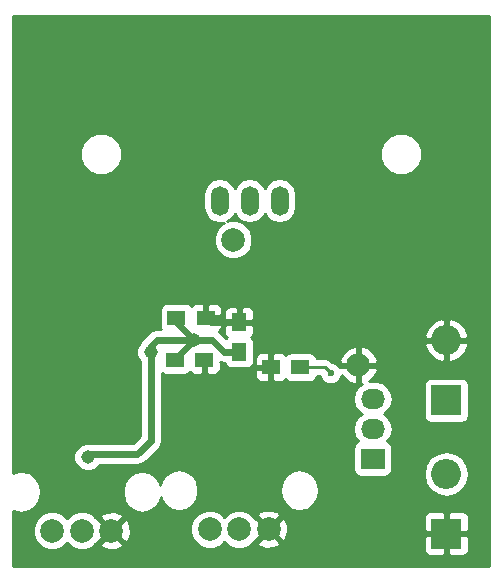
<source format=gbl>
G04 #@! TF.FileFunction,Copper,L2,Bot,Signal*
%FSLAX46Y46*%
G04 Gerber Fmt 4.6, Leading zero omitted, Abs format (unit mm)*
G04 Created by KiCad (PCBNEW 4.0.2-4+6225~38~ubuntu14.04.1-stable) date Tue 01 Mar 2016 01:56:53 PM PST*
%MOMM*%
G01*
G04 APERTURE LIST*
%ADD10C,0.100000*%
%ADD11R,1.500000X1.250000*%
%ADD12R,1.250000X1.500000*%
%ADD13C,1.998980*%
%ADD14R,2.032000X1.727200*%
%ADD15O,2.032000X1.727200*%
%ADD16O,1.501140X2.499360*%
%ADD17R,2.540000X2.540000*%
%ADD18O,2.540000X2.540000*%
%ADD19C,2.000000*%
%ADD20C,1.143000*%
%ADD21C,0.600000*%
%ADD22C,0.609600*%
%ADD23C,0.250000*%
%ADD24C,0.254000*%
G04 APERTURE END LIST*
D10*
D11*
X78506000Y-77851000D03*
X81006000Y-77851000D03*
X78379000Y-81407000D03*
X80879000Y-81407000D03*
X89007000Y-82042000D03*
X86507000Y-82042000D03*
D12*
X83820000Y-80752000D03*
X83820000Y-78252000D03*
D13*
X83312000Y-71247000D03*
X93918602Y-81853602D03*
D14*
X95123000Y-89789000D03*
D15*
X95123000Y-87249000D03*
X95123000Y-84709000D03*
D16*
X84709000Y-67945000D03*
X82169000Y-67945000D03*
X87249000Y-67945000D03*
D17*
X101346000Y-96139000D03*
D18*
X101346000Y-91059000D03*
D17*
X101346000Y-84836000D03*
D18*
X101346000Y-79756000D03*
D19*
X81320000Y-95758000D03*
X83820000Y-95758000D03*
X86320000Y-95758000D03*
X67985000Y-95885000D03*
X70485000Y-95885000D03*
X72985000Y-95885000D03*
D20*
X70993000Y-89662000D03*
X80010000Y-79756000D03*
X76327000Y-80772000D03*
X91821000Y-94488000D03*
X70739000Y-85598000D03*
X68199000Y-80010000D03*
X88900000Y-85852000D03*
X80010000Y-86106000D03*
D21*
X91567000Y-82550000D03*
D22*
X78379000Y-81407000D02*
X78379000Y-81387000D01*
X78379000Y-81387000D02*
X80010000Y-79756000D01*
X78506000Y-77851000D02*
X78506000Y-78252000D01*
X78506000Y-78252000D02*
X80010000Y-79756000D01*
X76327000Y-88265000D02*
X76327000Y-80772000D01*
X75184000Y-89408000D02*
X76327000Y-88265000D01*
X71247000Y-89408000D02*
X75184000Y-89408000D01*
X70993000Y-89662000D02*
X71247000Y-89408000D01*
X83820000Y-80752000D02*
X82530000Y-80752000D01*
X81534000Y-79756000D02*
X80010000Y-79756000D01*
X82530000Y-80752000D02*
X81534000Y-79756000D01*
X76327000Y-80264000D02*
X76835000Y-79756000D01*
X76327000Y-80772000D02*
X76327000Y-80264000D01*
X76835000Y-79756000D02*
X80010000Y-79756000D01*
X83820000Y-78252000D02*
X81407000Y-78252000D01*
X81407000Y-78252000D02*
X81006000Y-77851000D01*
X70739000Y-85598000D02*
X70739000Y-85471000D01*
D23*
X89007000Y-82042000D02*
X91059000Y-82042000D01*
X91059000Y-82042000D02*
X91567000Y-82550000D01*
D24*
G36*
X104990000Y-98843000D02*
X64710000Y-98843000D01*
X64710000Y-96208795D01*
X66349716Y-96208795D01*
X66598106Y-96809943D01*
X67057637Y-97270278D01*
X67658352Y-97519716D01*
X68308795Y-97520284D01*
X68909943Y-97271894D01*
X69235164Y-96947241D01*
X69557637Y-97270278D01*
X70158352Y-97519716D01*
X70808795Y-97520284D01*
X71409943Y-97271894D01*
X71644715Y-97037532D01*
X72012073Y-97037532D01*
X72110736Y-97304387D01*
X72720461Y-97530908D01*
X73370460Y-97506856D01*
X73859264Y-97304387D01*
X73957927Y-97037532D01*
X72985000Y-96064605D01*
X72012073Y-97037532D01*
X71644715Y-97037532D01*
X71826752Y-96855813D01*
X71832468Y-96857927D01*
X72805395Y-95885000D01*
X73164605Y-95885000D01*
X74137532Y-96857927D01*
X74404387Y-96759264D01*
X74630908Y-96149539D01*
X74628402Y-96081795D01*
X79684716Y-96081795D01*
X79933106Y-96682943D01*
X80392637Y-97143278D01*
X80993352Y-97392716D01*
X81643795Y-97393284D01*
X82244943Y-97144894D01*
X82570164Y-96820241D01*
X82892637Y-97143278D01*
X83493352Y-97392716D01*
X84143795Y-97393284D01*
X84744943Y-97144894D01*
X84979715Y-96910532D01*
X85347073Y-96910532D01*
X85445736Y-97177387D01*
X86055461Y-97403908D01*
X86705460Y-97379856D01*
X87194264Y-97177387D01*
X87292927Y-96910532D01*
X86320000Y-95937605D01*
X85347073Y-96910532D01*
X84979715Y-96910532D01*
X85161752Y-96728813D01*
X85167468Y-96730927D01*
X86140395Y-95758000D01*
X86499605Y-95758000D01*
X87472532Y-96730927D01*
X87739387Y-96632264D01*
X87816481Y-96424750D01*
X99441000Y-96424750D01*
X99441000Y-97535309D01*
X99537673Y-97768698D01*
X99716301Y-97947327D01*
X99949690Y-98044000D01*
X101060250Y-98044000D01*
X101219000Y-97885250D01*
X101219000Y-96266000D01*
X101473000Y-96266000D01*
X101473000Y-97885250D01*
X101631750Y-98044000D01*
X102742310Y-98044000D01*
X102975699Y-97947327D01*
X103154327Y-97768698D01*
X103251000Y-97535309D01*
X103251000Y-96424750D01*
X103092250Y-96266000D01*
X101473000Y-96266000D01*
X101219000Y-96266000D01*
X99599750Y-96266000D01*
X99441000Y-96424750D01*
X87816481Y-96424750D01*
X87965908Y-96022539D01*
X87941856Y-95372540D01*
X87739387Y-94883736D01*
X87472532Y-94785073D01*
X86499605Y-95758000D01*
X86140395Y-95758000D01*
X85167468Y-94785073D01*
X85161278Y-94787361D01*
X84979703Y-94605468D01*
X85347073Y-94605468D01*
X86320000Y-95578395D01*
X87155704Y-94742691D01*
X99441000Y-94742691D01*
X99441000Y-95853250D01*
X99599750Y-96012000D01*
X101219000Y-96012000D01*
X101219000Y-94392750D01*
X101473000Y-94392750D01*
X101473000Y-96012000D01*
X103092250Y-96012000D01*
X103251000Y-95853250D01*
X103251000Y-94742691D01*
X103154327Y-94509302D01*
X102975699Y-94330673D01*
X102742310Y-94234000D01*
X101631750Y-94234000D01*
X101473000Y-94392750D01*
X101219000Y-94392750D01*
X101060250Y-94234000D01*
X99949690Y-94234000D01*
X99716301Y-94330673D01*
X99537673Y-94509302D01*
X99441000Y-94742691D01*
X87155704Y-94742691D01*
X87292927Y-94605468D01*
X87194264Y-94338613D01*
X86584539Y-94112092D01*
X85934540Y-94136144D01*
X85445736Y-94338613D01*
X85347073Y-94605468D01*
X84979703Y-94605468D01*
X84747363Y-94372722D01*
X84146648Y-94123284D01*
X83496205Y-94122716D01*
X82895057Y-94371106D01*
X82569836Y-94695759D01*
X82247363Y-94372722D01*
X81646648Y-94123284D01*
X80996205Y-94122716D01*
X80395057Y-94371106D01*
X79934722Y-94830637D01*
X79685284Y-95431352D01*
X79684716Y-96081795D01*
X74628402Y-96081795D01*
X74606856Y-95499540D01*
X74404387Y-95010736D01*
X74137532Y-94912073D01*
X73164605Y-95885000D01*
X72805395Y-95885000D01*
X71832468Y-94912073D01*
X71826278Y-94914361D01*
X71644703Y-94732468D01*
X72012073Y-94732468D01*
X72985000Y-95705395D01*
X73957927Y-94732468D01*
X73859264Y-94465613D01*
X73249539Y-94239092D01*
X72599540Y-94263144D01*
X72110736Y-94465613D01*
X72012073Y-94732468D01*
X71644703Y-94732468D01*
X71412363Y-94499722D01*
X70811648Y-94250284D01*
X70161205Y-94249716D01*
X69560057Y-94498106D01*
X69234836Y-94822759D01*
X68912363Y-94499722D01*
X68311648Y-94250284D01*
X67661205Y-94249716D01*
X67060057Y-94498106D01*
X66599722Y-94957637D01*
X66350284Y-95558352D01*
X66349716Y-96208795D01*
X64710000Y-96208795D01*
X64710000Y-94196584D01*
X64759313Y-94229534D01*
X65385000Y-94353991D01*
X66010687Y-94229534D01*
X66541120Y-93875111D01*
X66895543Y-93344678D01*
X67020000Y-92718991D01*
X67020000Y-92451009D01*
X73950000Y-92451009D01*
X73950000Y-92718991D01*
X74074457Y-93344678D01*
X74428880Y-93875111D01*
X74959313Y-94229534D01*
X75585000Y-94353991D01*
X76210687Y-94229534D01*
X76741120Y-93875111D01*
X77095543Y-93344678D01*
X77165131Y-92994836D01*
X77209457Y-93217678D01*
X77563880Y-93748111D01*
X78094313Y-94102534D01*
X78720000Y-94226991D01*
X79345687Y-94102534D01*
X79876120Y-93748111D01*
X80230543Y-93217678D01*
X80355000Y-92591991D01*
X80355000Y-92324009D01*
X87285000Y-92324009D01*
X87285000Y-92591991D01*
X87409457Y-93217678D01*
X87763880Y-93748111D01*
X88294313Y-94102534D01*
X88920000Y-94226991D01*
X89545687Y-94102534D01*
X90076120Y-93748111D01*
X90430543Y-93217678D01*
X90555000Y-92591991D01*
X90555000Y-92324009D01*
X90430543Y-91698322D01*
X90076120Y-91167889D01*
X89545687Y-90813466D01*
X88920000Y-90689009D01*
X88294313Y-90813466D01*
X87763880Y-91167889D01*
X87409457Y-91698322D01*
X87285000Y-92324009D01*
X80355000Y-92324009D01*
X80230543Y-91698322D01*
X79876120Y-91167889D01*
X79345687Y-90813466D01*
X78720000Y-90689009D01*
X78094313Y-90813466D01*
X77563880Y-91167889D01*
X77209457Y-91698322D01*
X77139869Y-92048164D01*
X77095543Y-91825322D01*
X76741120Y-91294889D01*
X76210687Y-90940466D01*
X75585000Y-90816009D01*
X74959313Y-90940466D01*
X74428880Y-91294889D01*
X74074457Y-91825322D01*
X73950000Y-92451009D01*
X67020000Y-92451009D01*
X66895543Y-91825322D01*
X66541120Y-91294889D01*
X66010687Y-90940466D01*
X65385000Y-90816009D01*
X64759313Y-90940466D01*
X64710000Y-90973416D01*
X64710000Y-89900935D01*
X69786291Y-89900935D01*
X69969582Y-90344535D01*
X70308680Y-90684225D01*
X70751959Y-90868290D01*
X71231935Y-90868709D01*
X71675535Y-90685418D01*
X72013742Y-90347800D01*
X75184000Y-90347800D01*
X75543646Y-90276262D01*
X75848539Y-90072539D01*
X76991539Y-88929539D01*
X77195262Y-88624646D01*
X77266800Y-88265000D01*
X77266800Y-84709000D01*
X93439655Y-84709000D01*
X93553729Y-85282489D01*
X93878585Y-85768670D01*
X94193366Y-85979000D01*
X93878585Y-86189330D01*
X93553729Y-86675511D01*
X93439655Y-87249000D01*
X93553729Y-87822489D01*
X93878585Y-88308670D01*
X93892913Y-88318243D01*
X93871683Y-88322238D01*
X93655559Y-88461310D01*
X93510569Y-88673510D01*
X93459560Y-88925400D01*
X93459560Y-90652600D01*
X93503838Y-90887917D01*
X93642910Y-91104041D01*
X93855110Y-91249031D01*
X94107000Y-91300040D01*
X96139000Y-91300040D01*
X96374317Y-91255762D01*
X96590441Y-91116690D01*
X96655359Y-91021679D01*
X99441000Y-91021679D01*
X99441000Y-91096321D01*
X99586009Y-91825333D01*
X99998962Y-92443359D01*
X100616988Y-92856312D01*
X101346000Y-93001321D01*
X102075012Y-92856312D01*
X102693038Y-92443359D01*
X103105991Y-91825333D01*
X103251000Y-91096321D01*
X103251000Y-91021679D01*
X103105991Y-90292667D01*
X102693038Y-89674641D01*
X102075012Y-89261688D01*
X101346000Y-89116679D01*
X100616988Y-89261688D01*
X99998962Y-89674641D01*
X99586009Y-90292667D01*
X99441000Y-91021679D01*
X96655359Y-91021679D01*
X96735431Y-90904490D01*
X96786440Y-90652600D01*
X96786440Y-88925400D01*
X96742162Y-88690083D01*
X96603090Y-88473959D01*
X96390890Y-88328969D01*
X96349561Y-88320600D01*
X96367415Y-88308670D01*
X96692271Y-87822489D01*
X96806345Y-87249000D01*
X96692271Y-86675511D01*
X96367415Y-86189330D01*
X96052634Y-85979000D01*
X96367415Y-85768670D01*
X96692271Y-85282489D01*
X96806345Y-84709000D01*
X96692271Y-84135511D01*
X96367415Y-83649330D01*
X96242703Y-83566000D01*
X99428560Y-83566000D01*
X99428560Y-86106000D01*
X99472838Y-86341317D01*
X99611910Y-86557441D01*
X99824110Y-86702431D01*
X100076000Y-86753440D01*
X102616000Y-86753440D01*
X102851317Y-86709162D01*
X103067441Y-86570090D01*
X103212431Y-86357890D01*
X103263440Y-86106000D01*
X103263440Y-83566000D01*
X103219162Y-83330683D01*
X103080090Y-83114559D01*
X102867890Y-82969569D01*
X102616000Y-82918560D01*
X100076000Y-82918560D01*
X99840683Y-82962838D01*
X99624559Y-83101910D01*
X99479569Y-83314110D01*
X99428560Y-83566000D01*
X96242703Y-83566000D01*
X95881234Y-83324474D01*
X95307745Y-83210400D01*
X94938255Y-83210400D01*
X94837520Y-83230437D01*
X94895105Y-83204048D01*
X95337566Y-82727560D01*
X95539943Y-82238980D01*
X95421006Y-81980602D01*
X94045602Y-81980602D01*
X94045602Y-83356006D01*
X94206636Y-83430133D01*
X93878585Y-83649330D01*
X93553729Y-84135511D01*
X93439655Y-84709000D01*
X77266800Y-84709000D01*
X77266800Y-82553059D01*
X77377110Y-82628431D01*
X77629000Y-82679440D01*
X79129000Y-82679440D01*
X79364317Y-82635162D01*
X79580441Y-82496090D01*
X79626969Y-82427994D01*
X79769302Y-82570327D01*
X80002691Y-82667000D01*
X80593250Y-82667000D01*
X80752000Y-82508250D01*
X80752000Y-81534000D01*
X80732000Y-81534000D01*
X80732000Y-81280000D01*
X80752000Y-81280000D01*
X80752000Y-81260000D01*
X81006000Y-81260000D01*
X81006000Y-81280000D01*
X81026000Y-81280000D01*
X81026000Y-81534000D01*
X81006000Y-81534000D01*
X81006000Y-82508250D01*
X81164750Y-82667000D01*
X81755309Y-82667000D01*
X81988698Y-82570327D01*
X82167327Y-82391699D01*
X82193815Y-82327750D01*
X85122000Y-82327750D01*
X85122000Y-82793310D01*
X85218673Y-83026699D01*
X85397302Y-83205327D01*
X85630691Y-83302000D01*
X86221250Y-83302000D01*
X86380000Y-83143250D01*
X86380000Y-82169000D01*
X85280750Y-82169000D01*
X85122000Y-82327750D01*
X82193815Y-82327750D01*
X82264000Y-82158310D01*
X82264000Y-81692750D01*
X82196766Y-81625516D01*
X82530000Y-81691800D01*
X82583273Y-81691800D01*
X82591838Y-81737317D01*
X82730910Y-81953441D01*
X82943110Y-82098431D01*
X83195000Y-82149440D01*
X84445000Y-82149440D01*
X84680317Y-82105162D01*
X84896441Y-81966090D01*
X85041431Y-81753890D01*
X85092440Y-81502000D01*
X85092440Y-81290690D01*
X85122000Y-81290690D01*
X85122000Y-81756250D01*
X85280750Y-81915000D01*
X86380000Y-81915000D01*
X86380000Y-80940750D01*
X86634000Y-80940750D01*
X86634000Y-81915000D01*
X86654000Y-81915000D01*
X86654000Y-82169000D01*
X86634000Y-82169000D01*
X86634000Y-83143250D01*
X86792750Y-83302000D01*
X87383309Y-83302000D01*
X87616698Y-83205327D01*
X87757936Y-83064090D01*
X87792910Y-83118441D01*
X88005110Y-83263431D01*
X88257000Y-83314440D01*
X89757000Y-83314440D01*
X89992317Y-83270162D01*
X90208441Y-83131090D01*
X90353431Y-82918890D01*
X90377102Y-82802000D01*
X90659453Y-82802000D01*
X90773883Y-83078943D01*
X91036673Y-83342192D01*
X91380201Y-83484838D01*
X91752167Y-83485162D01*
X92095943Y-83343117D01*
X92359192Y-83080327D01*
X92501838Y-82736799D01*
X92501883Y-82685489D01*
X92568156Y-82830105D01*
X93044644Y-83272566D01*
X93533224Y-83474943D01*
X93791602Y-83356006D01*
X93791602Y-81980602D01*
X92416198Y-81980602D01*
X92377836Y-82063940D01*
X92360117Y-82021057D01*
X92097327Y-81757808D01*
X91753799Y-81615162D01*
X91706923Y-81615121D01*
X91596401Y-81504599D01*
X91541962Y-81468224D01*
X92297261Y-81468224D01*
X92416198Y-81726602D01*
X93791602Y-81726602D01*
X93791602Y-80351198D01*
X94045602Y-80351198D01*
X94045602Y-81726602D01*
X95421006Y-81726602D01*
X95539943Y-81468224D01*
X95269048Y-80877099D01*
X94792560Y-80434638D01*
X94303980Y-80232261D01*
X94045602Y-80351198D01*
X93791602Y-80351198D01*
X93533224Y-80232261D01*
X92942099Y-80503156D01*
X92499638Y-80979644D01*
X92297261Y-81468224D01*
X91541962Y-81468224D01*
X91349839Y-81339852D01*
X91059000Y-81282000D01*
X90379038Y-81282000D01*
X90360162Y-81181683D01*
X90221090Y-80965559D01*
X90008890Y-80820569D01*
X89757000Y-80769560D01*
X88257000Y-80769560D01*
X88021683Y-80813838D01*
X87805559Y-80952910D01*
X87759031Y-81021006D01*
X87616698Y-80878673D01*
X87383309Y-80782000D01*
X86792750Y-80782000D01*
X86634000Y-80940750D01*
X86380000Y-80940750D01*
X86221250Y-80782000D01*
X85630691Y-80782000D01*
X85397302Y-80878673D01*
X85218673Y-81057301D01*
X85122000Y-81290690D01*
X85092440Y-81290690D01*
X85092440Y-80178782D01*
X99488500Y-80178782D01*
X99791685Y-80857434D01*
X100331501Y-81368403D01*
X100923219Y-81613493D01*
X101219000Y-81497626D01*
X101219000Y-79883000D01*
X101473000Y-79883000D01*
X101473000Y-81497626D01*
X101768781Y-81613493D01*
X102360499Y-81368403D01*
X102900315Y-80857434D01*
X103203500Y-80178782D01*
X103088019Y-79883000D01*
X101473000Y-79883000D01*
X101219000Y-79883000D01*
X99603981Y-79883000D01*
X99488500Y-80178782D01*
X85092440Y-80178782D01*
X85092440Y-80002000D01*
X85048162Y-79766683D01*
X84909090Y-79550559D01*
X84840994Y-79504031D01*
X84983327Y-79361698D01*
X84995123Y-79333218D01*
X99488500Y-79333218D01*
X99603981Y-79629000D01*
X101219000Y-79629000D01*
X101219000Y-78014374D01*
X101473000Y-78014374D01*
X101473000Y-79629000D01*
X103088019Y-79629000D01*
X103203500Y-79333218D01*
X102900315Y-78654566D01*
X102360499Y-78143597D01*
X101768781Y-77898507D01*
X101473000Y-78014374D01*
X101219000Y-78014374D01*
X100923219Y-77898507D01*
X100331501Y-78143597D01*
X99791685Y-78654566D01*
X99488500Y-79333218D01*
X84995123Y-79333218D01*
X85080000Y-79128309D01*
X85080000Y-78537750D01*
X84921250Y-78379000D01*
X83947000Y-78379000D01*
X83947000Y-78399000D01*
X83693000Y-78399000D01*
X83693000Y-78379000D01*
X82718750Y-78379000D01*
X82560000Y-78537750D01*
X82560000Y-79128309D01*
X82656673Y-79361698D01*
X82797910Y-79502936D01*
X82743559Y-79537910D01*
X82703547Y-79596469D01*
X82198539Y-79091461D01*
X82095575Y-79022662D01*
X82115698Y-79014327D01*
X82294327Y-78835699D01*
X82391000Y-78602310D01*
X82391000Y-78136750D01*
X82232250Y-77978000D01*
X81133000Y-77978000D01*
X81133000Y-77998000D01*
X80879000Y-77998000D01*
X80879000Y-77978000D01*
X80859000Y-77978000D01*
X80859000Y-77724000D01*
X80879000Y-77724000D01*
X80879000Y-76749750D01*
X81133000Y-76749750D01*
X81133000Y-77724000D01*
X82232250Y-77724000D01*
X82391000Y-77565250D01*
X82391000Y-77375691D01*
X82560000Y-77375691D01*
X82560000Y-77966250D01*
X82718750Y-78125000D01*
X83693000Y-78125000D01*
X83693000Y-77025750D01*
X83947000Y-77025750D01*
X83947000Y-78125000D01*
X84921250Y-78125000D01*
X85080000Y-77966250D01*
X85080000Y-77375691D01*
X84983327Y-77142302D01*
X84804699Y-76963673D01*
X84571310Y-76867000D01*
X84105750Y-76867000D01*
X83947000Y-77025750D01*
X83693000Y-77025750D01*
X83534250Y-76867000D01*
X83068690Y-76867000D01*
X82835301Y-76963673D01*
X82656673Y-77142302D01*
X82560000Y-77375691D01*
X82391000Y-77375691D01*
X82391000Y-77099690D01*
X82294327Y-76866301D01*
X82115698Y-76687673D01*
X81882309Y-76591000D01*
X81291750Y-76591000D01*
X81133000Y-76749750D01*
X80879000Y-76749750D01*
X80720250Y-76591000D01*
X80129691Y-76591000D01*
X79896302Y-76687673D01*
X79755064Y-76828910D01*
X79720090Y-76774559D01*
X79507890Y-76629569D01*
X79256000Y-76578560D01*
X77756000Y-76578560D01*
X77520683Y-76622838D01*
X77304559Y-76761910D01*
X77159569Y-76974110D01*
X77108560Y-77226000D01*
X77108560Y-78476000D01*
X77152838Y-78711317D01*
X77220328Y-78816200D01*
X76835000Y-78816200D01*
X76475354Y-78887738D01*
X76170461Y-79091461D01*
X75662461Y-79599461D01*
X75458738Y-79904354D01*
X75451384Y-79941327D01*
X75304775Y-80087680D01*
X75120710Y-80530959D01*
X75120291Y-81010935D01*
X75303582Y-81454535D01*
X75387200Y-81538299D01*
X75387200Y-87875722D01*
X74794722Y-88468200D01*
X71264120Y-88468200D01*
X71234041Y-88455710D01*
X70754065Y-88455291D01*
X70310465Y-88638582D01*
X69970775Y-88977680D01*
X69786710Y-89420959D01*
X69786291Y-89900935D01*
X64710000Y-89900935D01*
X64710000Y-67408967D01*
X80783430Y-67408967D01*
X80783430Y-68481033D01*
X80888900Y-69011268D01*
X81189254Y-69460779D01*
X81638765Y-69761133D01*
X82169000Y-69866603D01*
X82561726Y-69788485D01*
X82387345Y-69860538D01*
X81927154Y-70319927D01*
X81677794Y-70920453D01*
X81677226Y-71570694D01*
X81925538Y-72171655D01*
X82384927Y-72631846D01*
X82985453Y-72881206D01*
X83635694Y-72881774D01*
X84236655Y-72633462D01*
X84696846Y-72174073D01*
X84946206Y-71573547D01*
X84946774Y-70923306D01*
X84698462Y-70322345D01*
X84239073Y-69862154D01*
X83638547Y-69612794D01*
X82988306Y-69612226D01*
X82814791Y-69683921D01*
X83148746Y-69460779D01*
X83439000Y-69026384D01*
X83729254Y-69460779D01*
X84178765Y-69761133D01*
X84709000Y-69866603D01*
X85239235Y-69761133D01*
X85688746Y-69460779D01*
X85979000Y-69026384D01*
X86269254Y-69460779D01*
X86718765Y-69761133D01*
X87249000Y-69866603D01*
X87779235Y-69761133D01*
X88228746Y-69460779D01*
X88529100Y-69011268D01*
X88634570Y-68481033D01*
X88634570Y-67408967D01*
X88529100Y-66878732D01*
X88228746Y-66429221D01*
X87779235Y-66128867D01*
X87249000Y-66023397D01*
X86718765Y-66128867D01*
X86269254Y-66429221D01*
X85979000Y-66863616D01*
X85688746Y-66429221D01*
X85239235Y-66128867D01*
X84709000Y-66023397D01*
X84178765Y-66128867D01*
X83729254Y-66429221D01*
X83439000Y-66863616D01*
X83148746Y-66429221D01*
X82699235Y-66128867D01*
X82169000Y-66023397D01*
X81638765Y-66128867D01*
X81189254Y-66429221D01*
X80888900Y-66878732D01*
X80783430Y-67408967D01*
X64710000Y-67408967D01*
X64710000Y-64362630D01*
X70344990Y-64362630D01*
X70617033Y-65021025D01*
X71120325Y-65525196D01*
X71778245Y-65798389D01*
X72490630Y-65799010D01*
X73149025Y-65526967D01*
X73653196Y-65023675D01*
X73926389Y-64365755D01*
X73926391Y-64362630D01*
X95744990Y-64362630D01*
X96017033Y-65021025D01*
X96520325Y-65525196D01*
X97178245Y-65798389D01*
X97890630Y-65799010D01*
X98549025Y-65526967D01*
X99053196Y-65023675D01*
X99326389Y-64365755D01*
X99327010Y-63653370D01*
X99054967Y-62994975D01*
X98551675Y-62490804D01*
X97893755Y-62217611D01*
X97181370Y-62216990D01*
X96522975Y-62489033D01*
X96018804Y-62992325D01*
X95745611Y-63650245D01*
X95744990Y-64362630D01*
X73926391Y-64362630D01*
X73927010Y-63653370D01*
X73654967Y-62994975D01*
X73151675Y-62490804D01*
X72493755Y-62217611D01*
X71781370Y-62216990D01*
X71122975Y-62489033D01*
X70618804Y-62992325D01*
X70345611Y-63650245D01*
X70344990Y-64362630D01*
X64710000Y-64362630D01*
X64710000Y-52272000D01*
X104990000Y-52272000D01*
X104990000Y-98843000D01*
X104990000Y-98843000D01*
G37*
X104990000Y-98843000D02*
X64710000Y-98843000D01*
X64710000Y-96208795D01*
X66349716Y-96208795D01*
X66598106Y-96809943D01*
X67057637Y-97270278D01*
X67658352Y-97519716D01*
X68308795Y-97520284D01*
X68909943Y-97271894D01*
X69235164Y-96947241D01*
X69557637Y-97270278D01*
X70158352Y-97519716D01*
X70808795Y-97520284D01*
X71409943Y-97271894D01*
X71644715Y-97037532D01*
X72012073Y-97037532D01*
X72110736Y-97304387D01*
X72720461Y-97530908D01*
X73370460Y-97506856D01*
X73859264Y-97304387D01*
X73957927Y-97037532D01*
X72985000Y-96064605D01*
X72012073Y-97037532D01*
X71644715Y-97037532D01*
X71826752Y-96855813D01*
X71832468Y-96857927D01*
X72805395Y-95885000D01*
X73164605Y-95885000D01*
X74137532Y-96857927D01*
X74404387Y-96759264D01*
X74630908Y-96149539D01*
X74628402Y-96081795D01*
X79684716Y-96081795D01*
X79933106Y-96682943D01*
X80392637Y-97143278D01*
X80993352Y-97392716D01*
X81643795Y-97393284D01*
X82244943Y-97144894D01*
X82570164Y-96820241D01*
X82892637Y-97143278D01*
X83493352Y-97392716D01*
X84143795Y-97393284D01*
X84744943Y-97144894D01*
X84979715Y-96910532D01*
X85347073Y-96910532D01*
X85445736Y-97177387D01*
X86055461Y-97403908D01*
X86705460Y-97379856D01*
X87194264Y-97177387D01*
X87292927Y-96910532D01*
X86320000Y-95937605D01*
X85347073Y-96910532D01*
X84979715Y-96910532D01*
X85161752Y-96728813D01*
X85167468Y-96730927D01*
X86140395Y-95758000D01*
X86499605Y-95758000D01*
X87472532Y-96730927D01*
X87739387Y-96632264D01*
X87816481Y-96424750D01*
X99441000Y-96424750D01*
X99441000Y-97535309D01*
X99537673Y-97768698D01*
X99716301Y-97947327D01*
X99949690Y-98044000D01*
X101060250Y-98044000D01*
X101219000Y-97885250D01*
X101219000Y-96266000D01*
X101473000Y-96266000D01*
X101473000Y-97885250D01*
X101631750Y-98044000D01*
X102742310Y-98044000D01*
X102975699Y-97947327D01*
X103154327Y-97768698D01*
X103251000Y-97535309D01*
X103251000Y-96424750D01*
X103092250Y-96266000D01*
X101473000Y-96266000D01*
X101219000Y-96266000D01*
X99599750Y-96266000D01*
X99441000Y-96424750D01*
X87816481Y-96424750D01*
X87965908Y-96022539D01*
X87941856Y-95372540D01*
X87739387Y-94883736D01*
X87472532Y-94785073D01*
X86499605Y-95758000D01*
X86140395Y-95758000D01*
X85167468Y-94785073D01*
X85161278Y-94787361D01*
X84979703Y-94605468D01*
X85347073Y-94605468D01*
X86320000Y-95578395D01*
X87155704Y-94742691D01*
X99441000Y-94742691D01*
X99441000Y-95853250D01*
X99599750Y-96012000D01*
X101219000Y-96012000D01*
X101219000Y-94392750D01*
X101473000Y-94392750D01*
X101473000Y-96012000D01*
X103092250Y-96012000D01*
X103251000Y-95853250D01*
X103251000Y-94742691D01*
X103154327Y-94509302D01*
X102975699Y-94330673D01*
X102742310Y-94234000D01*
X101631750Y-94234000D01*
X101473000Y-94392750D01*
X101219000Y-94392750D01*
X101060250Y-94234000D01*
X99949690Y-94234000D01*
X99716301Y-94330673D01*
X99537673Y-94509302D01*
X99441000Y-94742691D01*
X87155704Y-94742691D01*
X87292927Y-94605468D01*
X87194264Y-94338613D01*
X86584539Y-94112092D01*
X85934540Y-94136144D01*
X85445736Y-94338613D01*
X85347073Y-94605468D01*
X84979703Y-94605468D01*
X84747363Y-94372722D01*
X84146648Y-94123284D01*
X83496205Y-94122716D01*
X82895057Y-94371106D01*
X82569836Y-94695759D01*
X82247363Y-94372722D01*
X81646648Y-94123284D01*
X80996205Y-94122716D01*
X80395057Y-94371106D01*
X79934722Y-94830637D01*
X79685284Y-95431352D01*
X79684716Y-96081795D01*
X74628402Y-96081795D01*
X74606856Y-95499540D01*
X74404387Y-95010736D01*
X74137532Y-94912073D01*
X73164605Y-95885000D01*
X72805395Y-95885000D01*
X71832468Y-94912073D01*
X71826278Y-94914361D01*
X71644703Y-94732468D01*
X72012073Y-94732468D01*
X72985000Y-95705395D01*
X73957927Y-94732468D01*
X73859264Y-94465613D01*
X73249539Y-94239092D01*
X72599540Y-94263144D01*
X72110736Y-94465613D01*
X72012073Y-94732468D01*
X71644703Y-94732468D01*
X71412363Y-94499722D01*
X70811648Y-94250284D01*
X70161205Y-94249716D01*
X69560057Y-94498106D01*
X69234836Y-94822759D01*
X68912363Y-94499722D01*
X68311648Y-94250284D01*
X67661205Y-94249716D01*
X67060057Y-94498106D01*
X66599722Y-94957637D01*
X66350284Y-95558352D01*
X66349716Y-96208795D01*
X64710000Y-96208795D01*
X64710000Y-94196584D01*
X64759313Y-94229534D01*
X65385000Y-94353991D01*
X66010687Y-94229534D01*
X66541120Y-93875111D01*
X66895543Y-93344678D01*
X67020000Y-92718991D01*
X67020000Y-92451009D01*
X73950000Y-92451009D01*
X73950000Y-92718991D01*
X74074457Y-93344678D01*
X74428880Y-93875111D01*
X74959313Y-94229534D01*
X75585000Y-94353991D01*
X76210687Y-94229534D01*
X76741120Y-93875111D01*
X77095543Y-93344678D01*
X77165131Y-92994836D01*
X77209457Y-93217678D01*
X77563880Y-93748111D01*
X78094313Y-94102534D01*
X78720000Y-94226991D01*
X79345687Y-94102534D01*
X79876120Y-93748111D01*
X80230543Y-93217678D01*
X80355000Y-92591991D01*
X80355000Y-92324009D01*
X87285000Y-92324009D01*
X87285000Y-92591991D01*
X87409457Y-93217678D01*
X87763880Y-93748111D01*
X88294313Y-94102534D01*
X88920000Y-94226991D01*
X89545687Y-94102534D01*
X90076120Y-93748111D01*
X90430543Y-93217678D01*
X90555000Y-92591991D01*
X90555000Y-92324009D01*
X90430543Y-91698322D01*
X90076120Y-91167889D01*
X89545687Y-90813466D01*
X88920000Y-90689009D01*
X88294313Y-90813466D01*
X87763880Y-91167889D01*
X87409457Y-91698322D01*
X87285000Y-92324009D01*
X80355000Y-92324009D01*
X80230543Y-91698322D01*
X79876120Y-91167889D01*
X79345687Y-90813466D01*
X78720000Y-90689009D01*
X78094313Y-90813466D01*
X77563880Y-91167889D01*
X77209457Y-91698322D01*
X77139869Y-92048164D01*
X77095543Y-91825322D01*
X76741120Y-91294889D01*
X76210687Y-90940466D01*
X75585000Y-90816009D01*
X74959313Y-90940466D01*
X74428880Y-91294889D01*
X74074457Y-91825322D01*
X73950000Y-92451009D01*
X67020000Y-92451009D01*
X66895543Y-91825322D01*
X66541120Y-91294889D01*
X66010687Y-90940466D01*
X65385000Y-90816009D01*
X64759313Y-90940466D01*
X64710000Y-90973416D01*
X64710000Y-89900935D01*
X69786291Y-89900935D01*
X69969582Y-90344535D01*
X70308680Y-90684225D01*
X70751959Y-90868290D01*
X71231935Y-90868709D01*
X71675535Y-90685418D01*
X72013742Y-90347800D01*
X75184000Y-90347800D01*
X75543646Y-90276262D01*
X75848539Y-90072539D01*
X76991539Y-88929539D01*
X77195262Y-88624646D01*
X77266800Y-88265000D01*
X77266800Y-84709000D01*
X93439655Y-84709000D01*
X93553729Y-85282489D01*
X93878585Y-85768670D01*
X94193366Y-85979000D01*
X93878585Y-86189330D01*
X93553729Y-86675511D01*
X93439655Y-87249000D01*
X93553729Y-87822489D01*
X93878585Y-88308670D01*
X93892913Y-88318243D01*
X93871683Y-88322238D01*
X93655559Y-88461310D01*
X93510569Y-88673510D01*
X93459560Y-88925400D01*
X93459560Y-90652600D01*
X93503838Y-90887917D01*
X93642910Y-91104041D01*
X93855110Y-91249031D01*
X94107000Y-91300040D01*
X96139000Y-91300040D01*
X96374317Y-91255762D01*
X96590441Y-91116690D01*
X96655359Y-91021679D01*
X99441000Y-91021679D01*
X99441000Y-91096321D01*
X99586009Y-91825333D01*
X99998962Y-92443359D01*
X100616988Y-92856312D01*
X101346000Y-93001321D01*
X102075012Y-92856312D01*
X102693038Y-92443359D01*
X103105991Y-91825333D01*
X103251000Y-91096321D01*
X103251000Y-91021679D01*
X103105991Y-90292667D01*
X102693038Y-89674641D01*
X102075012Y-89261688D01*
X101346000Y-89116679D01*
X100616988Y-89261688D01*
X99998962Y-89674641D01*
X99586009Y-90292667D01*
X99441000Y-91021679D01*
X96655359Y-91021679D01*
X96735431Y-90904490D01*
X96786440Y-90652600D01*
X96786440Y-88925400D01*
X96742162Y-88690083D01*
X96603090Y-88473959D01*
X96390890Y-88328969D01*
X96349561Y-88320600D01*
X96367415Y-88308670D01*
X96692271Y-87822489D01*
X96806345Y-87249000D01*
X96692271Y-86675511D01*
X96367415Y-86189330D01*
X96052634Y-85979000D01*
X96367415Y-85768670D01*
X96692271Y-85282489D01*
X96806345Y-84709000D01*
X96692271Y-84135511D01*
X96367415Y-83649330D01*
X96242703Y-83566000D01*
X99428560Y-83566000D01*
X99428560Y-86106000D01*
X99472838Y-86341317D01*
X99611910Y-86557441D01*
X99824110Y-86702431D01*
X100076000Y-86753440D01*
X102616000Y-86753440D01*
X102851317Y-86709162D01*
X103067441Y-86570090D01*
X103212431Y-86357890D01*
X103263440Y-86106000D01*
X103263440Y-83566000D01*
X103219162Y-83330683D01*
X103080090Y-83114559D01*
X102867890Y-82969569D01*
X102616000Y-82918560D01*
X100076000Y-82918560D01*
X99840683Y-82962838D01*
X99624559Y-83101910D01*
X99479569Y-83314110D01*
X99428560Y-83566000D01*
X96242703Y-83566000D01*
X95881234Y-83324474D01*
X95307745Y-83210400D01*
X94938255Y-83210400D01*
X94837520Y-83230437D01*
X94895105Y-83204048D01*
X95337566Y-82727560D01*
X95539943Y-82238980D01*
X95421006Y-81980602D01*
X94045602Y-81980602D01*
X94045602Y-83356006D01*
X94206636Y-83430133D01*
X93878585Y-83649330D01*
X93553729Y-84135511D01*
X93439655Y-84709000D01*
X77266800Y-84709000D01*
X77266800Y-82553059D01*
X77377110Y-82628431D01*
X77629000Y-82679440D01*
X79129000Y-82679440D01*
X79364317Y-82635162D01*
X79580441Y-82496090D01*
X79626969Y-82427994D01*
X79769302Y-82570327D01*
X80002691Y-82667000D01*
X80593250Y-82667000D01*
X80752000Y-82508250D01*
X80752000Y-81534000D01*
X80732000Y-81534000D01*
X80732000Y-81280000D01*
X80752000Y-81280000D01*
X80752000Y-81260000D01*
X81006000Y-81260000D01*
X81006000Y-81280000D01*
X81026000Y-81280000D01*
X81026000Y-81534000D01*
X81006000Y-81534000D01*
X81006000Y-82508250D01*
X81164750Y-82667000D01*
X81755309Y-82667000D01*
X81988698Y-82570327D01*
X82167327Y-82391699D01*
X82193815Y-82327750D01*
X85122000Y-82327750D01*
X85122000Y-82793310D01*
X85218673Y-83026699D01*
X85397302Y-83205327D01*
X85630691Y-83302000D01*
X86221250Y-83302000D01*
X86380000Y-83143250D01*
X86380000Y-82169000D01*
X85280750Y-82169000D01*
X85122000Y-82327750D01*
X82193815Y-82327750D01*
X82264000Y-82158310D01*
X82264000Y-81692750D01*
X82196766Y-81625516D01*
X82530000Y-81691800D01*
X82583273Y-81691800D01*
X82591838Y-81737317D01*
X82730910Y-81953441D01*
X82943110Y-82098431D01*
X83195000Y-82149440D01*
X84445000Y-82149440D01*
X84680317Y-82105162D01*
X84896441Y-81966090D01*
X85041431Y-81753890D01*
X85092440Y-81502000D01*
X85092440Y-81290690D01*
X85122000Y-81290690D01*
X85122000Y-81756250D01*
X85280750Y-81915000D01*
X86380000Y-81915000D01*
X86380000Y-80940750D01*
X86634000Y-80940750D01*
X86634000Y-81915000D01*
X86654000Y-81915000D01*
X86654000Y-82169000D01*
X86634000Y-82169000D01*
X86634000Y-83143250D01*
X86792750Y-83302000D01*
X87383309Y-83302000D01*
X87616698Y-83205327D01*
X87757936Y-83064090D01*
X87792910Y-83118441D01*
X88005110Y-83263431D01*
X88257000Y-83314440D01*
X89757000Y-83314440D01*
X89992317Y-83270162D01*
X90208441Y-83131090D01*
X90353431Y-82918890D01*
X90377102Y-82802000D01*
X90659453Y-82802000D01*
X90773883Y-83078943D01*
X91036673Y-83342192D01*
X91380201Y-83484838D01*
X91752167Y-83485162D01*
X92095943Y-83343117D01*
X92359192Y-83080327D01*
X92501838Y-82736799D01*
X92501883Y-82685489D01*
X92568156Y-82830105D01*
X93044644Y-83272566D01*
X93533224Y-83474943D01*
X93791602Y-83356006D01*
X93791602Y-81980602D01*
X92416198Y-81980602D01*
X92377836Y-82063940D01*
X92360117Y-82021057D01*
X92097327Y-81757808D01*
X91753799Y-81615162D01*
X91706923Y-81615121D01*
X91596401Y-81504599D01*
X91541962Y-81468224D01*
X92297261Y-81468224D01*
X92416198Y-81726602D01*
X93791602Y-81726602D01*
X93791602Y-80351198D01*
X94045602Y-80351198D01*
X94045602Y-81726602D01*
X95421006Y-81726602D01*
X95539943Y-81468224D01*
X95269048Y-80877099D01*
X94792560Y-80434638D01*
X94303980Y-80232261D01*
X94045602Y-80351198D01*
X93791602Y-80351198D01*
X93533224Y-80232261D01*
X92942099Y-80503156D01*
X92499638Y-80979644D01*
X92297261Y-81468224D01*
X91541962Y-81468224D01*
X91349839Y-81339852D01*
X91059000Y-81282000D01*
X90379038Y-81282000D01*
X90360162Y-81181683D01*
X90221090Y-80965559D01*
X90008890Y-80820569D01*
X89757000Y-80769560D01*
X88257000Y-80769560D01*
X88021683Y-80813838D01*
X87805559Y-80952910D01*
X87759031Y-81021006D01*
X87616698Y-80878673D01*
X87383309Y-80782000D01*
X86792750Y-80782000D01*
X86634000Y-80940750D01*
X86380000Y-80940750D01*
X86221250Y-80782000D01*
X85630691Y-80782000D01*
X85397302Y-80878673D01*
X85218673Y-81057301D01*
X85122000Y-81290690D01*
X85092440Y-81290690D01*
X85092440Y-80178782D01*
X99488500Y-80178782D01*
X99791685Y-80857434D01*
X100331501Y-81368403D01*
X100923219Y-81613493D01*
X101219000Y-81497626D01*
X101219000Y-79883000D01*
X101473000Y-79883000D01*
X101473000Y-81497626D01*
X101768781Y-81613493D01*
X102360499Y-81368403D01*
X102900315Y-80857434D01*
X103203500Y-80178782D01*
X103088019Y-79883000D01*
X101473000Y-79883000D01*
X101219000Y-79883000D01*
X99603981Y-79883000D01*
X99488500Y-80178782D01*
X85092440Y-80178782D01*
X85092440Y-80002000D01*
X85048162Y-79766683D01*
X84909090Y-79550559D01*
X84840994Y-79504031D01*
X84983327Y-79361698D01*
X84995123Y-79333218D01*
X99488500Y-79333218D01*
X99603981Y-79629000D01*
X101219000Y-79629000D01*
X101219000Y-78014374D01*
X101473000Y-78014374D01*
X101473000Y-79629000D01*
X103088019Y-79629000D01*
X103203500Y-79333218D01*
X102900315Y-78654566D01*
X102360499Y-78143597D01*
X101768781Y-77898507D01*
X101473000Y-78014374D01*
X101219000Y-78014374D01*
X100923219Y-77898507D01*
X100331501Y-78143597D01*
X99791685Y-78654566D01*
X99488500Y-79333218D01*
X84995123Y-79333218D01*
X85080000Y-79128309D01*
X85080000Y-78537750D01*
X84921250Y-78379000D01*
X83947000Y-78379000D01*
X83947000Y-78399000D01*
X83693000Y-78399000D01*
X83693000Y-78379000D01*
X82718750Y-78379000D01*
X82560000Y-78537750D01*
X82560000Y-79128309D01*
X82656673Y-79361698D01*
X82797910Y-79502936D01*
X82743559Y-79537910D01*
X82703547Y-79596469D01*
X82198539Y-79091461D01*
X82095575Y-79022662D01*
X82115698Y-79014327D01*
X82294327Y-78835699D01*
X82391000Y-78602310D01*
X82391000Y-78136750D01*
X82232250Y-77978000D01*
X81133000Y-77978000D01*
X81133000Y-77998000D01*
X80879000Y-77998000D01*
X80879000Y-77978000D01*
X80859000Y-77978000D01*
X80859000Y-77724000D01*
X80879000Y-77724000D01*
X80879000Y-76749750D01*
X81133000Y-76749750D01*
X81133000Y-77724000D01*
X82232250Y-77724000D01*
X82391000Y-77565250D01*
X82391000Y-77375691D01*
X82560000Y-77375691D01*
X82560000Y-77966250D01*
X82718750Y-78125000D01*
X83693000Y-78125000D01*
X83693000Y-77025750D01*
X83947000Y-77025750D01*
X83947000Y-78125000D01*
X84921250Y-78125000D01*
X85080000Y-77966250D01*
X85080000Y-77375691D01*
X84983327Y-77142302D01*
X84804699Y-76963673D01*
X84571310Y-76867000D01*
X84105750Y-76867000D01*
X83947000Y-77025750D01*
X83693000Y-77025750D01*
X83534250Y-76867000D01*
X83068690Y-76867000D01*
X82835301Y-76963673D01*
X82656673Y-77142302D01*
X82560000Y-77375691D01*
X82391000Y-77375691D01*
X82391000Y-77099690D01*
X82294327Y-76866301D01*
X82115698Y-76687673D01*
X81882309Y-76591000D01*
X81291750Y-76591000D01*
X81133000Y-76749750D01*
X80879000Y-76749750D01*
X80720250Y-76591000D01*
X80129691Y-76591000D01*
X79896302Y-76687673D01*
X79755064Y-76828910D01*
X79720090Y-76774559D01*
X79507890Y-76629569D01*
X79256000Y-76578560D01*
X77756000Y-76578560D01*
X77520683Y-76622838D01*
X77304559Y-76761910D01*
X77159569Y-76974110D01*
X77108560Y-77226000D01*
X77108560Y-78476000D01*
X77152838Y-78711317D01*
X77220328Y-78816200D01*
X76835000Y-78816200D01*
X76475354Y-78887738D01*
X76170461Y-79091461D01*
X75662461Y-79599461D01*
X75458738Y-79904354D01*
X75451384Y-79941327D01*
X75304775Y-80087680D01*
X75120710Y-80530959D01*
X75120291Y-81010935D01*
X75303582Y-81454535D01*
X75387200Y-81538299D01*
X75387200Y-87875722D01*
X74794722Y-88468200D01*
X71264120Y-88468200D01*
X71234041Y-88455710D01*
X70754065Y-88455291D01*
X70310465Y-88638582D01*
X69970775Y-88977680D01*
X69786710Y-89420959D01*
X69786291Y-89900935D01*
X64710000Y-89900935D01*
X64710000Y-67408967D01*
X80783430Y-67408967D01*
X80783430Y-68481033D01*
X80888900Y-69011268D01*
X81189254Y-69460779D01*
X81638765Y-69761133D01*
X82169000Y-69866603D01*
X82561726Y-69788485D01*
X82387345Y-69860538D01*
X81927154Y-70319927D01*
X81677794Y-70920453D01*
X81677226Y-71570694D01*
X81925538Y-72171655D01*
X82384927Y-72631846D01*
X82985453Y-72881206D01*
X83635694Y-72881774D01*
X84236655Y-72633462D01*
X84696846Y-72174073D01*
X84946206Y-71573547D01*
X84946774Y-70923306D01*
X84698462Y-70322345D01*
X84239073Y-69862154D01*
X83638547Y-69612794D01*
X82988306Y-69612226D01*
X82814791Y-69683921D01*
X83148746Y-69460779D01*
X83439000Y-69026384D01*
X83729254Y-69460779D01*
X84178765Y-69761133D01*
X84709000Y-69866603D01*
X85239235Y-69761133D01*
X85688746Y-69460779D01*
X85979000Y-69026384D01*
X86269254Y-69460779D01*
X86718765Y-69761133D01*
X87249000Y-69866603D01*
X87779235Y-69761133D01*
X88228746Y-69460779D01*
X88529100Y-69011268D01*
X88634570Y-68481033D01*
X88634570Y-67408967D01*
X88529100Y-66878732D01*
X88228746Y-66429221D01*
X87779235Y-66128867D01*
X87249000Y-66023397D01*
X86718765Y-66128867D01*
X86269254Y-66429221D01*
X85979000Y-66863616D01*
X85688746Y-66429221D01*
X85239235Y-66128867D01*
X84709000Y-66023397D01*
X84178765Y-66128867D01*
X83729254Y-66429221D01*
X83439000Y-66863616D01*
X83148746Y-66429221D01*
X82699235Y-66128867D01*
X82169000Y-66023397D01*
X81638765Y-66128867D01*
X81189254Y-66429221D01*
X80888900Y-66878732D01*
X80783430Y-67408967D01*
X64710000Y-67408967D01*
X64710000Y-64362630D01*
X70344990Y-64362630D01*
X70617033Y-65021025D01*
X71120325Y-65525196D01*
X71778245Y-65798389D01*
X72490630Y-65799010D01*
X73149025Y-65526967D01*
X73653196Y-65023675D01*
X73926389Y-64365755D01*
X73926391Y-64362630D01*
X95744990Y-64362630D01*
X96017033Y-65021025D01*
X96520325Y-65525196D01*
X97178245Y-65798389D01*
X97890630Y-65799010D01*
X98549025Y-65526967D01*
X99053196Y-65023675D01*
X99326389Y-64365755D01*
X99327010Y-63653370D01*
X99054967Y-62994975D01*
X98551675Y-62490804D01*
X97893755Y-62217611D01*
X97181370Y-62216990D01*
X96522975Y-62489033D01*
X96018804Y-62992325D01*
X95745611Y-63650245D01*
X95744990Y-64362630D01*
X73926391Y-64362630D01*
X73927010Y-63653370D01*
X73654967Y-62994975D01*
X73151675Y-62490804D01*
X72493755Y-62217611D01*
X71781370Y-62216990D01*
X71122975Y-62489033D01*
X70618804Y-62992325D01*
X70345611Y-63650245D01*
X70344990Y-64362630D01*
X64710000Y-64362630D01*
X64710000Y-52272000D01*
X104990000Y-52272000D01*
X104990000Y-98843000D01*
M02*

</source>
